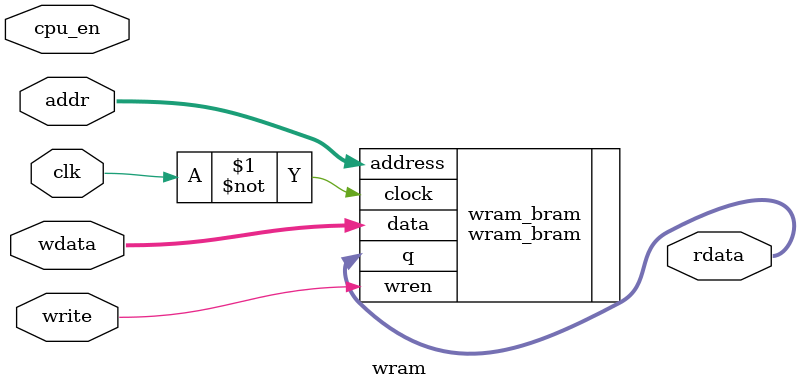
<source format=sv>
module wram (
    input  logic clk,
    input  logic cpu_en,
    input  logic [10:0] addr,
    output logic [7:0] rdata,
    input  logic [7:0] wdata,
    input  logic write
);

    wram_bram wram_bram(            // IP (1-PORT RAM)
        .address(addr),
        .clock(~clk),
        .data(wdata),
        .wren(write),
        .q(rdata)
    );

endmodule

</source>
